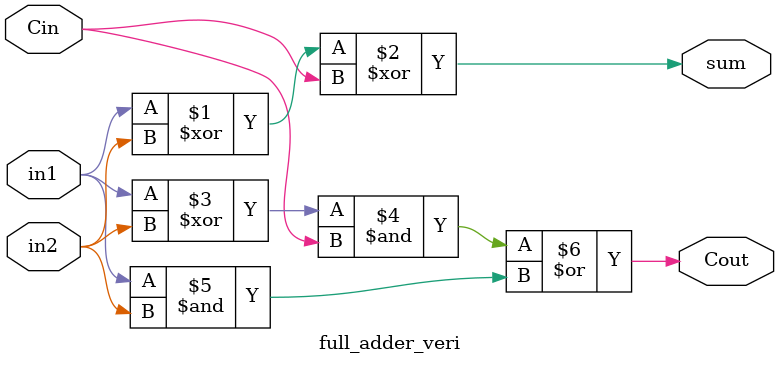
<source format=v>
`timescale 1ns / 1ps

module full_adder_veri(
    input in1, in2, Cin,
    output Cout, sum
    );
    
assign sum= in1 ^ in2 ^ Cin;
assign Cout = ((in1 ^ in2) & Cin) | (in1 & in2); 
endmodule

</source>
